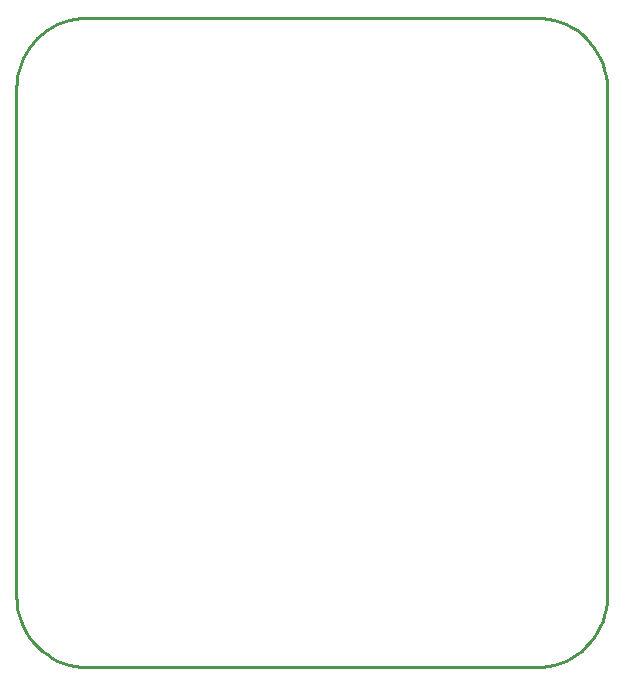
<source format=gbr>
G04 EAGLE Gerber RS-274X export*
G75*
%MOMM*%
%FSLAX34Y34*%
%LPD*%
%IN*%
%IPPOS*%
%AMOC8*
5,1,8,0,0,1.08239X$1,22.5*%
G01*
%ADD10C,0.254000*%


D10*
X20000Y90000D02*
X20228Y84771D01*
X20912Y79581D01*
X22044Y74471D01*
X23618Y69479D01*
X25622Y64643D01*
X28038Y60000D01*
X30851Y55585D01*
X34037Y51433D01*
X37574Y47574D01*
X41433Y44037D01*
X45585Y40851D01*
X50000Y38038D01*
X54643Y35622D01*
X59479Y33618D01*
X64471Y32044D01*
X69581Y30912D01*
X74771Y30228D01*
X80000Y30000D01*
X460000Y30000D01*
X465229Y30228D01*
X470419Y30912D01*
X475529Y32044D01*
X480521Y33618D01*
X485357Y35622D01*
X490000Y38038D01*
X494415Y40851D01*
X498567Y44037D01*
X502426Y47574D01*
X505963Y51433D01*
X509149Y55585D01*
X511962Y60000D01*
X514378Y64643D01*
X516382Y69479D01*
X517956Y74471D01*
X519088Y79581D01*
X519772Y84771D01*
X520000Y90000D01*
X520000Y520000D01*
X519772Y525229D01*
X519088Y530419D01*
X517956Y535529D01*
X516382Y540521D01*
X514378Y545357D01*
X511962Y550000D01*
X509149Y554415D01*
X505963Y558567D01*
X502426Y562426D01*
X498567Y565963D01*
X494415Y569149D01*
X490000Y571962D01*
X485357Y574378D01*
X480521Y576382D01*
X475529Y577956D01*
X470419Y579088D01*
X465229Y579772D01*
X460000Y580000D01*
X80000Y580000D01*
X74771Y579772D01*
X69581Y579088D01*
X64471Y577956D01*
X59479Y576382D01*
X54643Y574378D01*
X50000Y571962D01*
X45585Y569149D01*
X41433Y565963D01*
X37574Y562426D01*
X34037Y558567D01*
X30851Y554415D01*
X28038Y550000D01*
X25622Y545357D01*
X23618Y540521D01*
X22044Y535529D01*
X20912Y530419D01*
X20228Y525229D01*
X20000Y520000D01*
X20000Y90000D01*
M02*

</source>
